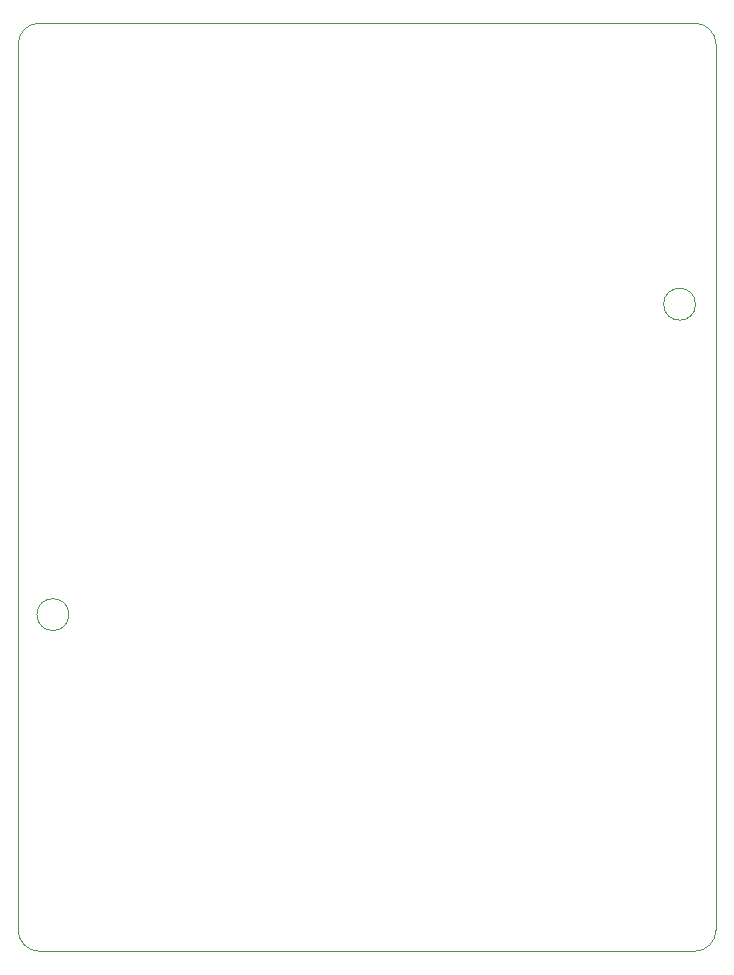
<source format=gbr>
%TF.GenerationSoftware,KiCad,Pcbnew,(6.0.9)*%
%TF.CreationDate,2022-12-02T14:08:30-06:00*%
%TF.ProjectId,Game Gear Breakout,47616d65-2047-4656-9172-20427265616b,rev?*%
%TF.SameCoordinates,Original*%
%TF.FileFunction,Profile,NP*%
%FSLAX46Y46*%
G04 Gerber Fmt 4.6, Leading zero omitted, Abs format (unit mm)*
G04 Created by KiCad (PCBNEW (6.0.9)) date 2022-12-02 14:08:30*
%MOMM*%
%LPD*%
G01*
G04 APERTURE LIST*
%TA.AperFunction,Profile*%
%ADD10C,0.100000*%
%TD*%
G04 APERTURE END LIST*
D10*
X190525400Y-55049149D02*
X135026400Y-55049149D01*
X135026400Y-55049149D02*
G75*
G03*
X133230349Y-56845200I0J-1796051D01*
G01*
X192321451Y-131826000D02*
X192321451Y-56845200D01*
X133230349Y-131826000D02*
G75*
G03*
X135026400Y-133622051I1796051J0D01*
G01*
X192321451Y-56845200D02*
G75*
G03*
X190525400Y-55049149I-1796051J0D01*
G01*
X190525400Y-133622051D02*
G75*
G03*
X192321451Y-131826000I0J1796051D01*
G01*
X135026400Y-133622051D02*
X190525400Y-133622051D01*
X190587699Y-78846899D02*
G75*
G03*
X190587699Y-78846899I-1350000J0D01*
G01*
X133230349Y-56845200D02*
X133230349Y-131826000D01*
X137527699Y-105126899D02*
G75*
G03*
X137527699Y-105126899I-1350000J0D01*
G01*
M02*

</source>
